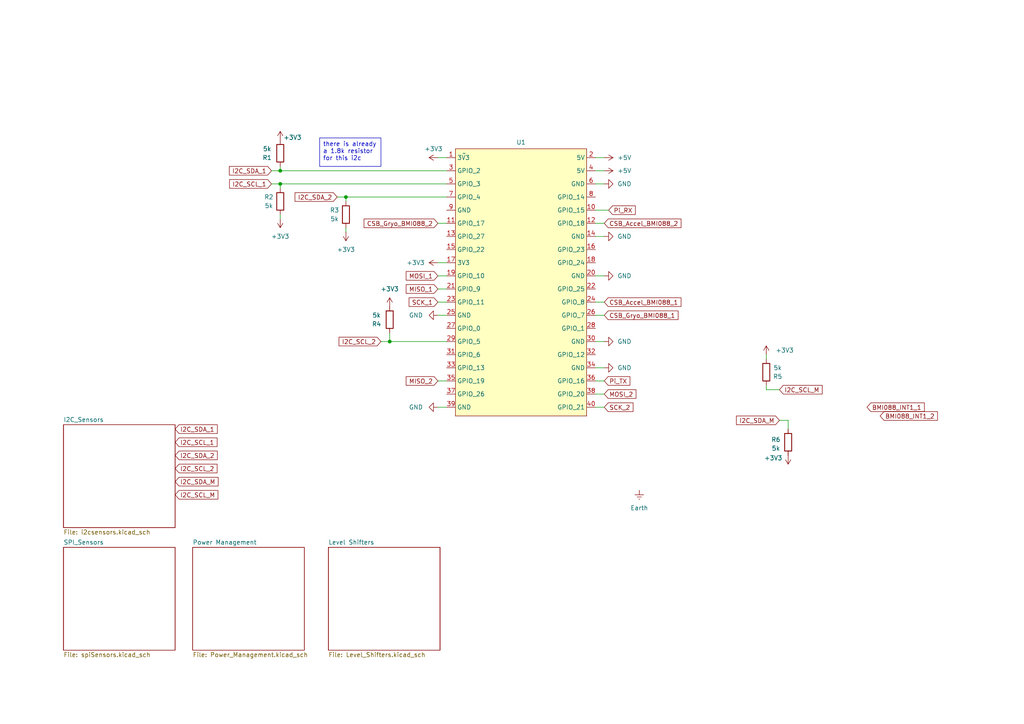
<source format=kicad_sch>
(kicad_sch (version 20231120) (generator "eeschema") (generator_version "8.0")
  (paper "A4")
  (lib_symbols
    (symbol "Connector:Raspberry_Pi_5"
      (property "Reference" "U4" (at 0 3.175 0))
      (property "Value" "~" (at -16.51 0 0))
      (symbol "Raspberry_Pi_5_1_1"
        (rectangle (start -19.05 1.27) (end 19.05 -76.2) (fill (type background)))
        (pin output line (at -21.59 -1.27 0) (length 2.54) (name "3V3") (number "1"))
        (pin input line (at 21.59 -16.51 180) (length 2.54) (name "GPIO_15") (number "10"))
        (pin bidirectional line (at -21.59 -20.32 0) (length 2.54) (name "GPIO_17") (number "11"))
        (pin bidirectional line (at 21.59 -20.32 180) (length 2.54) (name "GPIO_18") (number "12"))
        (pin bidirectional line (at -21.59 -24.13 0) (length 2.54) (name "GPIO_27") (number "13"))
        (pin output line (at 21.59 -24.13 180) (length 2.54) (name "GND") (number "14"))
        (pin bidirectional line (at -21.59 -27.94 0) (length 2.54) (name "GPIO_22") (number "15"))
        (pin bidirectional line (at 21.59 -27.94 180) (length 2.54) (name "GPIO_23") (number "16"))
        (pin output line (at -21.59 -31.75 0) (length 2.54) (name "3V3") (number "17"))
        (pin bidirectional line (at 21.59 -31.75 180) (length 2.54) (name "GPIO_24") (number "18"))
        (pin bidirectional line (at -21.59 -35.56 0) (length 2.54) (name "GPIO_10") (number "19"))
        (pin output line (at 21.59 -1.27 180) (length 2.54) (name "5V") (number "2"))
        (pin output line (at 21.59 -35.56 180) (length 2.54) (name "GND") (number "20"))
        (pin bidirectional line (at -21.59 -39.37 0) (length 2.54) (name "GPIO_9") (number "21"))
        (pin bidirectional line (at 21.59 -39.37 180) (length 2.54) (name "GPIO_25") (number "22"))
        (pin bidirectional line (at -21.59 -43.18 0) (length 2.54) (name "GPIO_11") (number "23"))
        (pin bidirectional line (at 21.59 -43.18 180) (length 2.54) (name "GPIO_8") (number "24"))
        (pin output line (at -21.59 -46.99 0) (length 2.54) (name "GND") (number "25"))
        (pin bidirectional line (at 21.59 -46.99 180) (length 2.54) (name "GPIO_7") (number "26"))
        (pin output line (at -21.59 -50.8 0) (length 2.54) (name "GPIO_0") (number "27"))
        (pin bidirectional line (at 21.59 -50.8 180) (length 2.54) (name "GPIO_1") (number "28"))
        (pin bidirectional line (at -21.59 -54.61 0) (length 2.54) (name "GPIO_5") (number "29"))
        (pin bidirectional line (at -21.59 -5.08 0) (length 2.54) (name "GPIO_2") (number "3"))
        (pin output line (at 21.59 -54.61 180) (length 2.54) (name "GND") (number "30"))
        (pin bidirectional line (at -21.59 -58.42 0) (length 2.54) (name "GPIO_6") (number "31"))
        (pin bidirectional line (at 21.59 -58.42 180) (length 2.54) (name "GPIO_12") (number "32"))
        (pin bidirectional line (at -21.59 -62.23 0) (length 2.54) (name "GPIO_13") (number "33"))
        (pin output line (at 21.59 -62.23 180) (length 2.54) (name "GND") (number "34"))
        (pin bidirectional line (at -21.59 -66.04 0) (length 2.54) (name "GPIO_19") (number "35"))
        (pin bidirectional line (at 21.59 -66.04 180) (length 2.54) (name "GPIO_16") (number "36"))
        (pin bidirectional line (at -21.59 -69.85 0) (length 2.54) (name "GPIO_26") (number "37"))
        (pin input line (at 21.59 -69.85 180) (length 2.54) (name "GPIO_20") (number "38"))
        (pin output line (at -21.59 -73.66 0) (length 2.54) (name "GND") (number "39"))
        (pin output line (at 21.59 -5.08 180) (length 2.54) (name "5V") (number "4"))
        (pin output line (at 21.59 -73.66 180) (length 2.54) (name "GPIO_21") (number "40"))
        (pin bidirectional line (at -21.59 -8.89 0) (length 2.54) (name "GPIO_3") (number "5"))
        (pin output line (at 21.59 -8.89 180) (length 2.54) (name "GND") (number "6"))
        (pin bidirectional line (at -21.59 -12.7 0) (length 2.54) (name "GPIO_4") (number "7"))
        (pin output line (at 21.59 -12.7 180) (length 2.54) (name "GPIO_14") (number "8"))
        (pin output line (at -21.59 -16.51 0) (length 2.54) (name "GND") (number "9"))
      )
    )
    (symbol "Device:R" (pin_numbers hide) (pin_names (offset 0))
      (property "Reference" "R" (at 2.032 0 90))
      (property "Value" "R" (at 0 0 90))
      (symbol "R_0_1"
        (rectangle (start -1.016 -2.54) (end 1.016 2.54) (stroke (width 0.254)))
      )
      (symbol "R_1_1"
        (pin passive line (at 0 3.81 270) (length 1.27) (name "~") (number "1"))
        (pin passive line (at 0 -3.81 90) (length 1.27) (name "~") (number "2"))
      )
    )
    (symbol "power:+3V3" (power) (pin_numbers hide) (pin_names (offset 0) hide)
      (property "Value" "+3V3" (at 0 3.556 0))
      (symbol "+3V3_0_1"
        (polyline (pts (xy -0.762 1.27) (xy 0 2.54)))
        (polyline (pts (xy 0 0) (xy 0 2.54)))
        (polyline (pts (xy 0 2.54) (xy 0.762 1.27)))
      )
      (symbol "+3V3_1_1"
        (pin power_in line (at 0 0 90) (length 0) (name "~") (number "1"))
      )
    )
    (symbol "power:+5V" (power) (pin_numbers hide) (pin_names (offset 0) hide)
      (property "Value" "+5V" (at 0 3.556 0))
      (symbol "+5V_0_1"
        (polyline (pts (xy -0.762 1.27) (xy 0 2.54)))
        (polyline (pts (xy 0 0) (xy 0 2.54)))
        (polyline (pts (xy 0 2.54) (xy 0.762 1.27)))
      )
      (symbol "+5V_1_1"
        (pin power_in line (at 0 0 90) (length 0) (name "~") (number "1"))
      )
    )
    (symbol "power:Earth" (power) (pin_numbers hide) (pin_names (offset 0) hide)
      (property "Value" "Earth" (at 0 -3.81 0))
      (symbol "Earth_0_1"
        (polyline (pts (xy -0.635 -1.905) (xy 0.635 -1.905)))
        (polyline (pts (xy -0.127 -2.54) (xy 0.127 -2.54)))
        (polyline (pts (xy 0 -1.27) (xy 0 0)))
        (polyline (pts (xy 1.27 -1.27) (xy -1.27 -1.27)))
      )
      (symbol "Earth_1_1"
        (pin power_in line (at 0 0 270) (length 0) (name "~") (number "1"))
      )
    )
    (symbol "power:GND" (power) (pin_numbers hide) (pin_names (offset 0) hide)
      (property "Value" "GND" (at 0 -3.81 0))
      (symbol "GND_0_1"
        (polyline (pts (xy 0 0) (xy 0 -1.27) (xy 1.27 -1.27) (xy 0 -2.54) (xy -1.27 -1.27) (xy 0 -1.27)))
      )
      (symbol "GND_1_1"
        (pin power_in line (at 0 0 270) (length 0) (name "~") (number "1"))
      )
    )
  )
  (junction (at 100.33 57.15))
  (junction (at 81.28 49.53))
  (junction (at 81.28 53.34))
  (junction (at 113.03 99.06))
  (wire (pts (xy 78.74 53.34) (xy 81.28 53.34)))
  (wire (pts (xy 222.25 111.76) (xy 222.25 113.03)))
  (wire (pts (xy 175.26 110.49) (xy 172.72 110.49)))
  (wire (pts (xy 172.72 45.72) (xy 175.26 45.72)))
  (wire (pts (xy 222.25 104.14) (xy 222.25 102.87)))
  (wire (pts (xy 228.6 121.92) (xy 228.6 124.46)))
  (wire (pts (xy 127 110.49) (xy 129.54 110.49)))
  (wire (pts (xy 127 118.11) (xy 129.54 118.11)))
  (wire (pts (xy 127 45.72) (xy 129.54 45.72)))
  (wire (pts (xy 113.03 99.06) (xy 129.54 99.06)))
  (wire (pts (xy 222.25 113.03) (xy 226.06 113.03)))
  (wire (pts (xy 175.26 114.3) (xy 172.72 114.3)))
  (wire (pts (xy 81.28 53.34) (xy 129.54 53.34)))
  (wire (pts (xy 172.72 68.58) (xy 175.26 68.58)))
  (wire (pts (xy 81.28 49.53) (xy 129.54 49.53)))
  (wire (pts (xy 127 87.63) (xy 129.54 87.63)))
  (wire (pts (xy 81.28 48.26) (xy 81.28 49.53)))
  (wire (pts (xy 172.72 49.53) (xy 175.26 49.53)))
  (wire (pts (xy 175.26 91.44) (xy 172.72 91.44)))
  (wire (pts (xy 175.26 87.63) (xy 172.72 87.63)))
  (wire (pts (xy 127 64.77) (xy 129.54 64.77)))
  (wire (pts (xy 81.28 54.61) (xy 81.28 53.34)))
  (wire (pts (xy 110.49 99.06) (xy 113.03 99.06)))
  (wire (pts (xy 127 91.44) (xy 129.54 91.44)))
  (wire (pts (xy 97.79 57.15) (xy 100.33 57.15)))
  (wire (pts (xy 172.72 99.06) (xy 175.26 99.06)))
  (wire (pts (xy 100.33 66.04) (xy 100.33 67.31)))
  (wire (pts (xy 127 80.01) (xy 129.54 80.01)))
  (wire (pts (xy 100.33 58.42) (xy 100.33 57.15)))
  (wire (pts (xy 175.26 118.11) (xy 172.72 118.11)))
  (wire (pts (xy 100.33 57.15) (xy 129.54 57.15)))
  (wire (pts (xy 175.26 64.77) (xy 172.72 64.77)))
  (wire (pts (xy 172.72 53.34) (xy 175.26 53.34)))
  (wire (pts (xy 176.53 60.96) (xy 172.72 60.96)))
  (wire (pts (xy 127 76.2) (xy 129.54 76.2)))
  (wire (pts (xy 172.72 80.01) (xy 175.26 80.01)))
  (wire (pts (xy 81.28 62.23) (xy 81.28 63.5)))
  (wire (pts (xy 172.72 106.68) (xy 175.26 106.68)))
  (wire (pts (xy 127 83.82) (xy 129.54 83.82)))
  (wire (pts (xy 113.03 96.52) (xy 113.03 99.06)))
  (wire (pts (xy 226.06 121.92) (xy 228.6 121.92)))
  (wire (pts (xy 78.74 49.53) (xy 81.28 49.53)))
  (text_box "there is already a 1.8k resistor for this i2c" (at 92.71 40.005 0) (size 17.78 8.255) (effects (font (size 1.27 1.27)) (justify left top)))
  (global_label "I2C_SCL_M" (shape input) (at 50.8 143.51 0) (property "Intersheetrefs" "${INTERSHEET_REFS}" (effects (hide yes))))
  (global_label "I2C_SCL_1" (shape input) (at 50.8 128.27 0) (property "Intersheetrefs" "${INTERSHEET_REFS}" (effects (hide yes))))
  (global_label "I2C_SDA_M" (shape input) (at 226.06 121.92 180) (property "Intersheetrefs" "${INTERSHEET_REFS}" (effects (hide yes))))
  (global_label "I2C_SDA_M" (shape input) (at 50.8 139.7 0) (property "Intersheetrefs" "${INTERSHEET_REFS}" (effects (hide yes))))
  (global_label "MISO_1" (shape input) (at 127 83.82 180) (property "Intersheetrefs" "${INTERSHEET_REFS}" (effects (hide yes))))
  (global_label "I2C_SDA_1" (shape input) (at 78.74 49.53 180) (property "Intersheetrefs" "${INTERSHEET_REFS}" (effects (hide yes))))
  (global_label "I2C_SDA_1" (shape input) (at 50.8 124.46 0) (property "Intersheetrefs" "${INTERSHEET_REFS}" (effects (hide yes))))
  (global_label "Pi_RX" (shape input) (at 176.53 60.96 0) (property "Intersheetrefs" "${INTERSHEET_REFS}" (effects (hide yes))))
  (global_label "I2C_SCL_1" (shape input) (at 78.74 53.34 180) (property "Intersheetrefs" "${INTERSHEET_REFS}" (effects (hide yes))))
  (global_label "Pi_TX" (shape input) (at 175.26 110.49 0) (property "Intersheetrefs" "${INTERSHEET_REFS}" (effects (hide yes))))
  (global_label "I2C_SCL_M" (shape input) (at 226.06 113.03 0) (property "Intersheetrefs" "${INTERSHEET_REFS}" (effects (hide yes))))
  (global_label "MOSI_1" (shape input) (at 127 80.01 180) (property "Intersheetrefs" "${INTERSHEET_REFS}" (effects (hide yes))))
  (global_label "I2C_SDA_2" (shape input) (at 50.8 132.08 0) (property "Intersheetrefs" "${INTERSHEET_REFS}" (effects (hide yes))))
  (global_label "CSB_Gryo_BMI088_2" (shape input) (at 127 64.77 180) (property "Intersheetrefs" "${INTERSHEET_REFS}" (effects (hide yes))))
  (global_label "BMI088_INT1_2" (shape input) (at 255.27 120.65 0) (property "Intersheetrefs" "${INTERSHEET_REFS}" (effects (hide yes))))
  (global_label "I2C_SCL_2" (shape input) (at 50.8 135.89 0) (property "Intersheetrefs" "${INTERSHEET_REFS}" (effects (hide yes))))
  (global_label "CSB_Accel_BMI088_2" (shape input) (at 175.26 64.77 0) (property "Intersheetrefs" "${INTERSHEET_REFS}" (effects (hide yes))))
  (global_label "MOSI_2" (shape input) (at 175.26 114.3 0) (property "Intersheetrefs" "${INTERSHEET_REFS}" (effects (hide yes))))
  (global_label "CSB_Gryo_BMI088_1" (shape input) (at 175.26 91.44 0) (property "Intersheetrefs" "${INTERSHEET_REFS}" (effects (hide yes))))
  (global_label "BMI088_INT1_1" (shape input) (at 251.46 118.11 0) (property "Intersheetrefs" "${INTERSHEET_REFS}" (effects (hide yes))))
  (global_label "I2C_SDA_2" (shape input) (at 97.79 57.15 180) (property "Intersheetrefs" "${INTERSHEET_REFS}" (effects (hide yes))))
  (global_label "I2C_SCL_2" (shape input) (at 110.49 99.06 180) (property "Intersheetrefs" "${INTERSHEET_REFS}" (effects (hide yes))))
  (global_label "SCK_1" (shape input) (at 127 87.63 180) (property "Intersheetrefs" "${INTERSHEET_REFS}" (effects (hide yes))))
  (global_label "CSB_Accel_BMI088_1" (shape input) (at 175.26 87.63 0) (property "Intersheetrefs" "${INTERSHEET_REFS}" (effects (hide yes))))
  (global_label "SCK_2" (shape input) (at 175.26 118.11 0) (property "Intersheetrefs" "${INTERSHEET_REFS}" (effects (hide yes))))
  (global_label "MISO_2" (shape input) (at 127 110.49 180) (property "Intersheetrefs" "${INTERSHEET_REFS}" (effects (hide yes))))
  (symbol (lib_id "Device:R") (at 228.6 128.27 180) (unit 1)
    (property "Reference" "R6" (at 225.044 127.508 0))
    (property "Value" "5k" (at 225.044 130.048 0))
    (property "Footprint" "Resistor_SMD:R_0402_1005Metric" (effects (hide yes)))
  )
  (symbol (lib_id "power:GND") (at 175.26 68.58 90) (unit 1)
    (property "Reference" "#PWR08" (effects (hide yes)))
    (property "Value" "GND" (at 179.07 68.5799 90) (effects (justify right)))
    (property "Description" "Power symbol creates a global label with name \"GND\" , ground" (effects (hide yes)))
  )
  (symbol (lib_id "Device:R") (at 222.25 107.95 0) (unit 1)
    (property "Reference" "R5" (at 225.552 109.22 0))
    (property "Value" "5k" (at 225.552 106.68 0))
    (property "Footprint" "Resistor_SMD:R_0402_1005Metric" (effects (hide yes)))
  )
  (symbol (lib_id "power:GND") (at 175.26 99.06 90) (unit 1)
    (property "Reference" "#PWR013" (effects (hide yes)))
    (property "Value" "GND" (at 179.07 99.0599 90) (effects (justify right)))
    (property "Description" "Power symbol creates a global label with name \"GND\" , ground" (effects (hide yes)))
  )
  (symbol (lib_id "power:GND") (at 175.26 53.34 90) (unit 1)
    (property "Reference" "#PWR05" (effects (hide yes)))
    (property "Value" "GND" (at 179.07 53.3399 90) (effects (justify right)))
    (property "Description" "Power symbol creates a global label with name \"GND\" , ground" (effects (hide yes)))
  )
  (symbol (lib_id "Device:R") (at 100.33 62.23 180) (unit 1)
    (property "Reference" "R3" (at 97.028 60.96 0))
    (property "Value" "5k" (at 97.028 63.5 0))
    (property "Footprint" "Resistor_SMD:R_0402_1005Metric" (effects (hide yes)))
  )
  (symbol (lib_id "power:Earth") (at 185.42 142.24 0) (unit 1)
    (property "Reference" "#PWR018" (effects (hide yes)))
    (property "Value" "Earth" (at 185.42 147.32 0))
    (property "Description" "Power symbol creates a global label with name \"Earth\"" (effects (hide yes)))
  )
  (symbol (lib_id "power:+3V3") (at 81.28 40.64 0) (unit 1)
    (property "Reference" "#PWR01" (effects (hide yes)))
    (property "Value" "+3V3" (at 84.836 39.878 0))
    (property "Description" "Power symbol creates a global label with name \"+3V3\"" (effects (hide yes)))
  )
  (symbol (lib_id "power:GND") (at 175.26 80.01 90) (unit 1)
    (property "Reference" "#PWR010" (effects (hide yes)))
    (property "Value" "GND" (at 179.07 80.0099 90) (effects (justify right)))
    (property "Description" "Power symbol creates a global label with name \"GND\" , ground" (effects (hide yes)))
  )
  (symbol (lib_id "power:+3V3") (at 228.6 132.08 180) (unit 1)
    (property "Reference" "#PWR017" (effects (hide yes)))
    (property "Value" "+3V3" (at 224.282 132.842 0))
    (property "Description" "Power symbol creates a global label with name \"+3V3\"" (effects (hide yes)))
  )
  (symbol (lib_id "power:GND") (at 127 91.44 270) (unit 1)
    (property "Reference" "#PWR012" (effects (hide yes)))
    (property "Value" "GND" (at 122.682 91.44 90) (effects (justify right)))
    (property "Description" "Power symbol creates a global label with name \"GND\" , ground" (effects (hide yes)))
  )
  (symbol (lib_id "power:+5V") (at 175.26 49.53 270) (unit 1)
    (property "Reference" "#PWR04" (effects (hide yes)))
    (property "Value" "+5V" (at 179.07 49.5299 90) (effects (justify left)))
    (property "Description" "Power symbol creates a global label with name \"+5V\"" (effects (hide yes)))
  )
  (symbol (lib_id "power:GND") (at 175.26 106.68 90) (unit 1)
    (property "Reference" "#PWR015" (effects (hide yes)))
    (property "Value" "GND" (at 179.07 106.6799 90) (effects (justify right)))
    (property "Description" "Power symbol creates a global label with name \"GND\" , ground" (effects (hide yes)))
  )
  (symbol (lib_id "power:+3V3") (at 81.28 63.5 180) (unit 1)
    (property "Reference" "#PWR06" (effects (hide yes)))
    (property "Value" "+3V3" (at 81.28 68.58 0))
    (property "Description" "Power symbol creates a global label with name \"+3V3\"" (effects (hide yes)))
  )
  (symbol (lib_id "power:GND") (at 127 118.11 270) (unit 1)
    (property "Reference" "#PWR016" (effects (hide yes)))
    (property "Value" "GND" (at 122.682 118.11 90) (effects (justify right)))
    (property "Description" "Power symbol creates a global label with name \"GND\" , ground" (effects (hide yes)))
  )
  (symbol (lib_id "power:+3V3") (at 113.03 88.9 0) (unit 1)
    (property "Reference" "#PWR011" (effects (hide yes)))
    (property "Value" "+3V3" (at 113.03 83.82 0))
    (property "Description" "Power symbol creates a global label with name \"+3V3\"" (effects (hide yes)))
  )
  (symbol (lib_id "power:+3V3") (at 127 45.72 90) (unit 1)
    (property "Reference" "#PWR02" (effects (hide yes)))
    (property "Value" "+3V3" (at 125.73 43.18 90))
    (property "Description" "Power symbol creates a global label with name \"+3V3\"" (effects (hide yes)))
  )
  (symbol (lib_id "Device:R") (at 81.28 58.42 180) (unit 1)
    (property "Reference" "R2" (at 77.978 57.15 0))
    (property "Value" "5k" (at 77.978 59.69 0))
    (property "Footprint" "Resistor_SMD:R_0402_1005Metric" (effects (hide yes)))
  )
  (symbol (lib_id "power:+3V3") (at 222.25 102.87 0) (unit 1)
    (property "Reference" "#PWR014" (effects (hide yes)))
    (property "Value" "+3V3" (at 227.584 101.6 0))
    (property "Description" "Power symbol creates a global label with name \"+3V3\"" (effects (hide yes)))
  )
  (symbol (lib_id "power:+3V3") (at 100.33 67.31 180) (unit 1)
    (property "Reference" "#PWR07" (effects (hide yes)))
    (property "Value" "+3V3" (at 100.33 72.39 0))
    (property "Description" "Power symbol creates a global label with name \"+3V3\"" (effects (hide yes)))
  )
  (symbol (lib_id "Device:R") (at 81.28 44.45 0) (unit 1)
    (property "Reference" "R1" (at 77.47 45.72 0))
    (property "Value" "5k" (at 77.47 43.18 0))
    (property "Footprint" "Resistor_SMD:R_0402_1005Metric" (effects (hide yes)))
  )
  (symbol (lib_id "power:+3V3") (at 127 76.2 90) (unit 1)
    (property "Reference" "#PWR09" (effects (hide yes)))
    (property "Value" "+3V3" (at 123.19 76.1999 90) (effects (justify left)))
    (property "Description" "Power symbol creates a global label with name \"+3V3\"" (effects (hide yes)))
  )
  (symbol (lib_id "Device:R") (at 113.03 92.71 0) (unit 1)
    (property "Reference" "R4" (at 109.22 93.98 0))
    (property "Value" "5k" (at 109.22 91.44 0))
    (property "Footprint" "Resistor_SMD:R_0402_1005Metric" (effects (hide yes)))
  )
  (symbol (lib_id "power:+5V") (at 175.26 45.72 270) (unit 1)
    (property "Reference" "#PWR03" (effects (hide yes)))
    (property "Value" "+5V" (at 179.07 45.7199 90) (effects (justify left)))
    (property "Description" "Power symbol creates a global label with name \"+5V\"" (effects (hide yes)))
  )
  (symbol (lib_id "Connector:Raspberry_Pi_5") (at 151.13 44.45 0) (unit 1)
    (property "Reference" "U1" (at 151.13 41.275 0))
    (property "Value" "~" (at 134.62 44.45 0))
    (property "Footprint" "Connector_PinSocket_2.54mm:PinSocket_2x20_P2.54mm_Vertical" (effects (hide yes)))
  )
  (sheet (at 95.25 158.75) (size 32.385 29.845) (stroke (width 0.1524))
    (property "Sheetname" "Level Shifters" (at 95.25 158.0384 0) (effects (justify left bottom)))
    (property "Sheetfile" "Level_Shifters.kicad_sch" (at 95.25 189.1796 0) (effects (justify left top)))
  )
  (sheet (at 18.415 123.19) (size 32.385 29.845) (stroke (width 0.1524))
    (property "Sheetname" "I2C_Sensors" (at 18.415 122.4784 0) (effects (justify left bottom)))
    (property "Sheetfile" "i2csensors.kicad_sch" (at 18.415 153.6196 0) (effects (justify left top)))
  )
  (sheet (at 18.415 158.75) (size 32.385 29.845) (stroke (width 0.1524))
    (property "Sheetname" "SPI_Sensors" (at 18.415 158.0384 0) (effects (justify left bottom)))
    (property "Sheetfile" "spiSensors.kicad_sch" (at 18.415 189.1796 0) (effects (justify left top)))
  )
  (sheet (at 55.88 158.75) (size 32.385 29.845) (stroke (width 0.1524))
    (property "Sheetname" "Power Management" (at 55.88 158.0384 0) (effects (justify left bottom)))
    (property "Sheetfile" "Power_Management.kicad_sch" (at 55.88 189.1796 0) (effects (justify left top)))
  )
)
</source>
